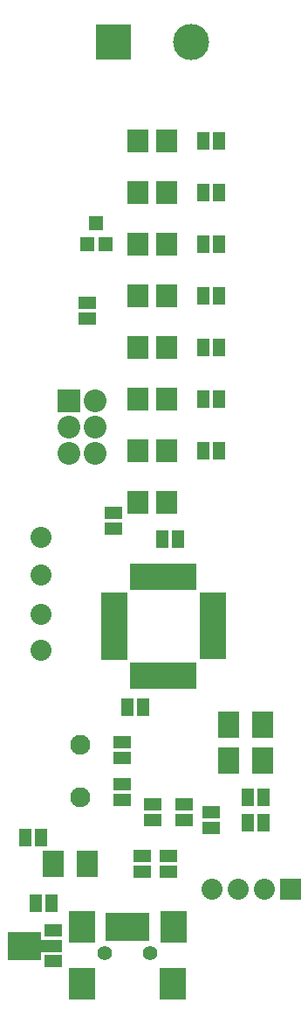
<source format=gts>
G04 (created by PCBNEW (2013-mar-13)-testing) date Sun 09 Jun 2013 06:46:31 PM NZST*
%MOIN*%
G04 Gerber Fmt 3.4, Leading zero omitted, Abs format*
%FSLAX34Y34*%
G01*
G70*
G90*
G04 APERTURE LIST*
%ADD10C,0.005906*%
%ADD11R,0.086900X0.086900*%
%ADD12C,0.086900*%
%ADD13C,0.080000*%
%ADD14R,0.056000X0.056000*%
%ADD15R,0.080000X0.100000*%
%ADD16C,0.055400*%
%ADD17R,0.098700X0.118400*%
%ADD18R,0.039700X0.110600*%
%ADD19R,0.037700X0.098700*%
%ADD20R,0.098700X0.037700*%
%ADD21R,0.065000X0.045000*%
%ADD22R,0.045000X0.065000*%
%ADD23R,0.138100X0.138100*%
%ADD24C,0.138100*%
%ADD25R,0.082900X0.090900*%
%ADD26C,0.076000*%
%ADD27R,0.067200X0.047600*%
%ADD28R,0.098700X0.047600*%
%ADD29R,0.130300X0.106600*%
%ADD30R,0.080000X0.080000*%
G04 APERTURE END LIST*
G54D10*
G54D11*
X18461Y-24451D03*
G54D12*
X19461Y-24451D03*
X18461Y-25451D03*
X19461Y-25451D03*
X18461Y-26451D03*
X19461Y-26451D03*
G54D13*
X17406Y-29644D03*
G54D14*
X19862Y-18489D03*
X19162Y-18489D03*
X19512Y-17689D03*
G54D13*
X17406Y-33955D03*
X17406Y-32577D03*
X17406Y-31081D03*
G54D15*
X24570Y-38148D03*
X25870Y-38148D03*
X24570Y-36770D03*
X25870Y-36770D03*
G54D16*
X21574Y-45472D03*
X19842Y-45472D03*
G54D17*
X22440Y-46653D03*
X18956Y-46653D03*
X22460Y-44488D03*
X18956Y-44488D03*
G54D18*
X20708Y-44488D03*
X20393Y-44488D03*
X20078Y-44488D03*
X21023Y-44488D03*
X21338Y-44488D03*
G54D19*
X20978Y-31134D03*
X21293Y-31134D03*
X21608Y-31134D03*
X21923Y-31134D03*
X22238Y-31134D03*
X22553Y-31134D03*
X22868Y-31134D03*
X23183Y-31134D03*
X23181Y-34900D03*
X20971Y-34900D03*
X21291Y-34900D03*
X21611Y-34900D03*
X21921Y-34900D03*
X22241Y-34900D03*
X22551Y-34900D03*
X22871Y-34900D03*
G54D20*
X23971Y-31918D03*
X23971Y-32232D03*
X23971Y-32548D03*
X23971Y-32862D03*
X23971Y-33178D03*
X23971Y-33492D03*
X23971Y-33808D03*
X23971Y-34122D03*
X20191Y-31920D03*
X20191Y-32230D03*
X20191Y-32550D03*
X20191Y-32860D03*
X20191Y-33170D03*
X20191Y-33490D03*
X20191Y-33810D03*
X20191Y-34130D03*
G54D15*
X17877Y-42085D03*
X19177Y-42085D03*
G54D21*
X22267Y-41785D03*
X22267Y-42385D03*
X21283Y-41785D03*
X21283Y-42385D03*
G54D22*
X16811Y-41061D03*
X17411Y-41061D03*
G54D21*
X23922Y-40711D03*
X23922Y-40111D03*
X22858Y-39816D03*
X22858Y-40416D03*
X21677Y-39816D03*
X21677Y-40416D03*
G54D22*
X21289Y-36100D03*
X20689Y-36100D03*
G54D21*
X19158Y-20722D03*
X19158Y-21322D03*
G54D22*
X23622Y-14526D03*
X24222Y-14526D03*
X23620Y-16494D03*
X24220Y-16494D03*
X23620Y-18462D03*
X24220Y-18462D03*
X23620Y-20431D03*
X24220Y-20431D03*
X23620Y-22399D03*
X24220Y-22399D03*
X23620Y-24368D03*
X24220Y-24368D03*
X23620Y-26336D03*
X24220Y-26336D03*
G54D21*
X20181Y-28694D03*
X20181Y-29294D03*
G54D22*
X22027Y-29722D03*
X22627Y-29722D03*
G54D21*
X20496Y-39629D03*
X20496Y-39029D03*
X20496Y-37454D03*
X20496Y-38054D03*
G54D22*
X25914Y-40510D03*
X25314Y-40510D03*
X25914Y-39526D03*
X25314Y-39526D03*
G54D23*
X20158Y-10787D03*
G54D24*
X23150Y-10787D03*
G54D25*
X22213Y-14528D03*
X21095Y-14528D03*
X22213Y-16496D03*
X21095Y-16496D03*
X22213Y-18465D03*
X21095Y-18465D03*
X22213Y-20433D03*
X21095Y-20433D03*
X22213Y-22402D03*
X21095Y-22402D03*
X22213Y-24370D03*
X21095Y-24370D03*
X22213Y-26339D03*
X21095Y-26339D03*
X21095Y-28307D03*
X22213Y-28307D03*
G54D26*
X18921Y-39541D03*
X18921Y-37541D03*
G54D27*
X17873Y-45787D03*
G54D28*
X17716Y-45196D03*
G54D27*
X17873Y-44605D03*
G54D29*
X16771Y-45196D03*
G54D22*
X17819Y-43582D03*
X17219Y-43582D03*
G54D30*
X26933Y-43031D03*
G54D13*
X25933Y-43031D03*
X24933Y-43031D03*
X23933Y-43031D03*
M02*

</source>
